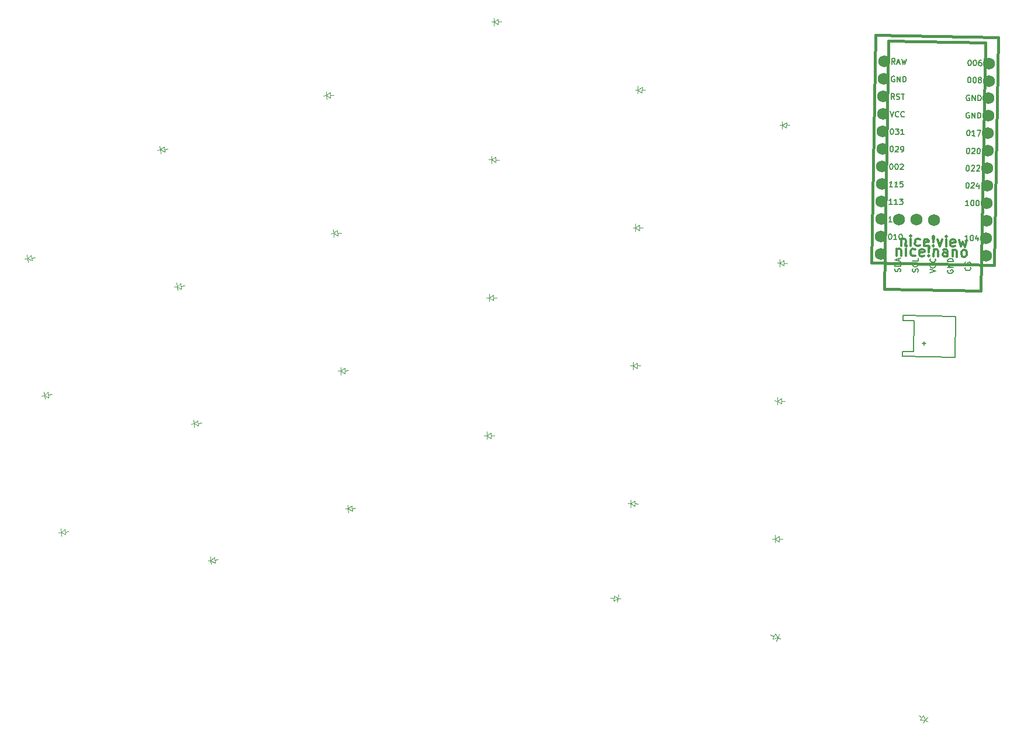
<source format=gbr>
%TF.GenerationSoftware,KiCad,Pcbnew,9.0.0*%
%TF.CreationDate,2025-03-06T12:11:22-05:00*%
%TF.ProjectId,proto1,70726f74-6f31-42e6-9b69-6361645f7063,v1.0.0*%
%TF.SameCoordinates,Original*%
%TF.FileFunction,Legend,Top*%
%TF.FilePolarity,Positive*%
%FSLAX46Y46*%
G04 Gerber Fmt 4.6, Leading zero omitted, Abs format (unit mm)*
G04 Created by KiCad (PCBNEW 9.0.0) date 2025-03-06 12:11:22*
%MOMM*%
%LPD*%
G01*
G04 APERTURE LIST*
%ADD10C,0.150000*%
%ADD11C,0.300000*%
%ADD12C,0.100000*%
%ADD13C,0.381000*%
%ADD14C,1.752600*%
G04 APERTURE END LIST*
D10*
X264011396Y-75752820D02*
X263751418Y-75367272D01*
X263554323Y-75744842D02*
X263568284Y-74944964D01*
X263568284Y-74944964D02*
X263873000Y-74950283D01*
X263873000Y-74950283D02*
X263948514Y-74989702D01*
X263948514Y-74989702D02*
X263985939Y-75028456D01*
X263985939Y-75028456D02*
X264022698Y-75105300D01*
X264022698Y-75105300D02*
X264020704Y-75219568D01*
X264020704Y-75219568D02*
X263981285Y-75295082D01*
X263981285Y-75295082D02*
X263942530Y-75332507D01*
X263942530Y-75332507D02*
X263865687Y-75369266D01*
X263865687Y-75369266D02*
X263560971Y-75363948D01*
X264320100Y-75529602D02*
X264700995Y-75536251D01*
X264239932Y-75756809D02*
X264520520Y-74961585D01*
X264520520Y-74961585D02*
X264773184Y-75766117D01*
X264977593Y-74969563D02*
X265154079Y-75772766D01*
X265154079Y-75772766D02*
X265316409Y-75204084D01*
X265316409Y-75204084D02*
X265458794Y-75778085D01*
X265458794Y-75778085D02*
X265663203Y-74981531D01*
X263942275Y-77529980D02*
X263866761Y-77490561D01*
X263866761Y-77490561D02*
X263752493Y-77488566D01*
X263752493Y-77488566D02*
X263637560Y-77524661D01*
X263637560Y-77524661D02*
X263560051Y-77599511D01*
X263560051Y-77599511D02*
X263520632Y-77675025D01*
X263520632Y-77675025D02*
X263479883Y-77826717D01*
X263479883Y-77826717D02*
X263477889Y-77940986D01*
X263477889Y-77940986D02*
X263513319Y-78094008D01*
X263513319Y-78094008D02*
X263550078Y-78170852D01*
X263550078Y-78170852D02*
X263624928Y-78248361D01*
X263624928Y-78248361D02*
X263738531Y-78288445D01*
X263738531Y-78288445D02*
X263814710Y-78289774D01*
X263814710Y-78289774D02*
X263929643Y-78253679D01*
X263929643Y-78253679D02*
X263968397Y-78216255D01*
X263968397Y-78216255D02*
X263973051Y-77949629D01*
X263973051Y-77949629D02*
X263820694Y-77946969D01*
X264309873Y-78298417D02*
X264323835Y-77498539D01*
X264323835Y-77498539D02*
X264766946Y-78306396D01*
X264766946Y-78306396D02*
X264780908Y-77506518D01*
X265147840Y-78313044D02*
X265161802Y-77513166D01*
X265161802Y-77513166D02*
X265352249Y-77516490D01*
X265352249Y-77516490D02*
X265465852Y-77556574D01*
X265465852Y-77556574D02*
X265540702Y-77634083D01*
X265540702Y-77634083D02*
X265577461Y-77710927D01*
X265577461Y-77710927D02*
X265612891Y-77863949D01*
X265612891Y-77863949D02*
X265610897Y-77978218D01*
X265610897Y-77978218D02*
X265570148Y-78129910D01*
X265570148Y-78129910D02*
X265530729Y-78205424D01*
X265530729Y-78205424D02*
X265453220Y-78280274D01*
X265453220Y-78280274D02*
X265338287Y-78316368D01*
X265338287Y-78316368D02*
X265147840Y-78313044D01*
X263922738Y-80832047D02*
X263662761Y-80446498D01*
X263465665Y-80824069D02*
X263479627Y-80024190D01*
X263479627Y-80024190D02*
X263784343Y-80029509D01*
X263784343Y-80029509D02*
X263859857Y-80068928D01*
X263859857Y-80068928D02*
X263897281Y-80107683D01*
X263897281Y-80107683D02*
X263934041Y-80184526D01*
X263934041Y-80184526D02*
X263932046Y-80298795D01*
X263932046Y-80298795D02*
X263892627Y-80374309D01*
X263892627Y-80374309D02*
X263853873Y-80411733D01*
X263853873Y-80411733D02*
X263777029Y-80448493D01*
X263777029Y-80448493D02*
X263472314Y-80443174D01*
X264228119Y-80799276D02*
X264341722Y-80839360D01*
X264341722Y-80839360D02*
X264532169Y-80842684D01*
X264532169Y-80842684D02*
X264609013Y-80805925D01*
X264609013Y-80805925D02*
X264647767Y-80768500D01*
X264647767Y-80768500D02*
X264687186Y-80692986D01*
X264687186Y-80692986D02*
X264688516Y-80616807D01*
X264688516Y-80616807D02*
X264651756Y-80539963D01*
X264651756Y-80539963D02*
X264614332Y-80501209D01*
X264614332Y-80501209D02*
X264538818Y-80461790D01*
X264538818Y-80461790D02*
X264387125Y-80421041D01*
X264387125Y-80421041D02*
X264311611Y-80381622D01*
X264311611Y-80381622D02*
X264274186Y-80342868D01*
X264274186Y-80342868D02*
X264237427Y-80266024D01*
X264237427Y-80266024D02*
X264238756Y-80189845D01*
X264238756Y-80189845D02*
X264278175Y-80114331D01*
X264278175Y-80114331D02*
X264316930Y-80076907D01*
X264316930Y-80076907D02*
X264393774Y-80040147D01*
X264393774Y-80040147D02*
X264584221Y-80043471D01*
X264584221Y-80043471D02*
X264697824Y-80083555D01*
X264927026Y-80049455D02*
X265384099Y-80057433D01*
X265141601Y-80853322D02*
X265155562Y-80053444D01*
X263314696Y-82561699D02*
X263567361Y-83366231D01*
X263567361Y-83366231D02*
X263847949Y-82571006D01*
X264559015Y-83307338D02*
X264520261Y-83344763D01*
X264520261Y-83344763D02*
X264405328Y-83380857D01*
X264405328Y-83380857D02*
X264329149Y-83379528D01*
X264329149Y-83379528D02*
X264215546Y-83339444D01*
X264215546Y-83339444D02*
X264140696Y-83261935D01*
X264140696Y-83261935D02*
X264103937Y-83185091D01*
X264103937Y-83185091D02*
X264068507Y-83032069D01*
X264068507Y-83032069D02*
X264070501Y-82917800D01*
X264070501Y-82917800D02*
X264111250Y-82766108D01*
X264111250Y-82766108D02*
X264150669Y-82690594D01*
X264150669Y-82690594D02*
X264228178Y-82615744D01*
X264228178Y-82615744D02*
X264343111Y-82579650D01*
X264343111Y-82579650D02*
X264419290Y-82580979D01*
X264419290Y-82580979D02*
X264532893Y-82621063D01*
X264532893Y-82621063D02*
X264570318Y-82659818D01*
X265358893Y-83321300D02*
X265320139Y-83358724D01*
X265320139Y-83358724D02*
X265205206Y-83394819D01*
X265205206Y-83394819D02*
X265129027Y-83393490D01*
X265129027Y-83393490D02*
X265015424Y-83353406D01*
X265015424Y-83353406D02*
X264940575Y-83275897D01*
X264940575Y-83275897D02*
X264903815Y-83199053D01*
X264903815Y-83199053D02*
X264868385Y-83046031D01*
X264868385Y-83046031D02*
X264870379Y-82931762D01*
X264870379Y-82931762D02*
X264911128Y-82780070D01*
X264911128Y-82780070D02*
X264950547Y-82704556D01*
X264950547Y-82704556D02*
X265028056Y-82629706D01*
X265028056Y-82629706D02*
X265142989Y-82593611D01*
X265142989Y-82593611D02*
X265219168Y-82594941D01*
X265219168Y-82594941D02*
X265332771Y-82635025D01*
X265332771Y-82635025D02*
X265370196Y-82673779D01*
X263536993Y-85105965D02*
X263613172Y-85107295D01*
X263613172Y-85107295D02*
X263688686Y-85146714D01*
X263688686Y-85146714D02*
X263726111Y-85185469D01*
X263726111Y-85185469D02*
X263762871Y-85262312D01*
X263762871Y-85262312D02*
X263798301Y-85415335D01*
X263798301Y-85415335D02*
X263794976Y-85605782D01*
X263794976Y-85605782D02*
X263754228Y-85757475D01*
X263754228Y-85757475D02*
X263714808Y-85832989D01*
X263714808Y-85832989D02*
X263676054Y-85870414D01*
X263676054Y-85870414D02*
X263599210Y-85907173D01*
X263599210Y-85907173D02*
X263523032Y-85905844D01*
X263523032Y-85905844D02*
X263447518Y-85866424D01*
X263447518Y-85866424D02*
X263410093Y-85827670D01*
X263410093Y-85827670D02*
X263373333Y-85750826D01*
X263373333Y-85750826D02*
X263337903Y-85597804D01*
X263337903Y-85597804D02*
X263341227Y-85407357D01*
X263341227Y-85407357D02*
X263381976Y-85255664D01*
X263381976Y-85255664D02*
X263421395Y-85180150D01*
X263421395Y-85180150D02*
X263460150Y-85142725D01*
X263460150Y-85142725D02*
X263536993Y-85105965D01*
X264070246Y-85115273D02*
X264565408Y-85123917D01*
X264565408Y-85123917D02*
X264293464Y-85423978D01*
X264293464Y-85423978D02*
X264407732Y-85425973D01*
X264407732Y-85425973D02*
X264483246Y-85465392D01*
X264483246Y-85465392D02*
X264520671Y-85504146D01*
X264520671Y-85504146D02*
X264557430Y-85580990D01*
X264557430Y-85580990D02*
X264554106Y-85771437D01*
X264554106Y-85771437D02*
X264514687Y-85846951D01*
X264514687Y-85846951D02*
X264475933Y-85884376D01*
X264475933Y-85884376D02*
X264399089Y-85921135D01*
X264399089Y-85921135D02*
X264170552Y-85917146D01*
X264170552Y-85917146D02*
X264095038Y-85877727D01*
X264095038Y-85877727D02*
X264057614Y-85838973D01*
X265313236Y-85937092D02*
X264856162Y-85929114D01*
X265084699Y-85933103D02*
X265098661Y-85133224D01*
X265098661Y-85133224D02*
X265020487Y-85246163D01*
X265020487Y-85246163D02*
X264942979Y-85321012D01*
X264942979Y-85321012D02*
X264866135Y-85357772D01*
X263492664Y-87645578D02*
X263568843Y-87646908D01*
X263568843Y-87646908D02*
X263644357Y-87686327D01*
X263644357Y-87686327D02*
X263681782Y-87725082D01*
X263681782Y-87725082D02*
X263718542Y-87801925D01*
X263718542Y-87801925D02*
X263753972Y-87954948D01*
X263753972Y-87954948D02*
X263750647Y-88145395D01*
X263750647Y-88145395D02*
X263709899Y-88297088D01*
X263709899Y-88297088D02*
X263670479Y-88372602D01*
X263670479Y-88372602D02*
X263631725Y-88410027D01*
X263631725Y-88410027D02*
X263554881Y-88446786D01*
X263554881Y-88446786D02*
X263478703Y-88445457D01*
X263478703Y-88445457D02*
X263403189Y-88406037D01*
X263403189Y-88406037D02*
X263365764Y-88367283D01*
X263365764Y-88367283D02*
X263329004Y-88290439D01*
X263329004Y-88290439D02*
X263293574Y-88137417D01*
X263293574Y-88137417D02*
X263296898Y-87946970D01*
X263296898Y-87946970D02*
X263337647Y-87795277D01*
X263337647Y-87795277D02*
X263377066Y-87719763D01*
X263377066Y-87719763D02*
X263415821Y-87682338D01*
X263415821Y-87682338D02*
X263492664Y-87645578D01*
X264062677Y-87731730D02*
X264101431Y-87694306D01*
X264101431Y-87694306D02*
X264178275Y-87657546D01*
X264178275Y-87657546D02*
X264368722Y-87660870D01*
X264368722Y-87660870D02*
X264444236Y-87700289D01*
X264444236Y-87700289D02*
X264481660Y-87739044D01*
X264481660Y-87739044D02*
X264518420Y-87815887D01*
X264518420Y-87815887D02*
X264517090Y-87892066D01*
X264517090Y-87892066D02*
X264477006Y-88005670D01*
X264477006Y-88005670D02*
X264011955Y-88454765D01*
X264011955Y-88454765D02*
X264507118Y-88463408D01*
X264888012Y-88470056D02*
X265040370Y-88472716D01*
X265040370Y-88472716D02*
X265117214Y-88435956D01*
X265117214Y-88435956D02*
X265155968Y-88398531D01*
X265155968Y-88398531D02*
X265234141Y-88285593D01*
X265234141Y-88285593D02*
X265274890Y-88133900D01*
X265274890Y-88133900D02*
X265280209Y-87829184D01*
X265280209Y-87829184D02*
X265243449Y-87752341D01*
X265243449Y-87752341D02*
X265206025Y-87713586D01*
X265206025Y-87713586D02*
X265130511Y-87674167D01*
X265130511Y-87674167D02*
X264978153Y-87671508D01*
X264978153Y-87671508D02*
X264901309Y-87708268D01*
X264901309Y-87708268D02*
X264862555Y-87745692D01*
X264862555Y-87745692D02*
X264823136Y-87821206D01*
X264823136Y-87821206D02*
X264819812Y-88011653D01*
X264819812Y-88011653D02*
X264856571Y-88088497D01*
X264856571Y-88088497D02*
X264893996Y-88127251D01*
X264893996Y-88127251D02*
X264969510Y-88166670D01*
X264969510Y-88166670D02*
X265121868Y-88169330D01*
X265121868Y-88169330D02*
X265198711Y-88132570D01*
X265198711Y-88132570D02*
X265237466Y-88095146D01*
X265237466Y-88095146D02*
X265276885Y-88019632D01*
X263448335Y-90185191D02*
X263524514Y-90186521D01*
X263524514Y-90186521D02*
X263600028Y-90225940D01*
X263600028Y-90225940D02*
X263637453Y-90264695D01*
X263637453Y-90264695D02*
X263674213Y-90341538D01*
X263674213Y-90341538D02*
X263709643Y-90494561D01*
X263709643Y-90494561D02*
X263706318Y-90685008D01*
X263706318Y-90685008D02*
X263665570Y-90836701D01*
X263665570Y-90836701D02*
X263626150Y-90912215D01*
X263626150Y-90912215D02*
X263587396Y-90949640D01*
X263587396Y-90949640D02*
X263510552Y-90986399D01*
X263510552Y-90986399D02*
X263434374Y-90985070D01*
X263434374Y-90985070D02*
X263358860Y-90945650D01*
X263358860Y-90945650D02*
X263321435Y-90906896D01*
X263321435Y-90906896D02*
X263284675Y-90830052D01*
X263284675Y-90830052D02*
X263249245Y-90677030D01*
X263249245Y-90677030D02*
X263252569Y-90486583D01*
X263252569Y-90486583D02*
X263293318Y-90334890D01*
X263293318Y-90334890D02*
X263332737Y-90259376D01*
X263332737Y-90259376D02*
X263371492Y-90221951D01*
X263371492Y-90221951D02*
X263448335Y-90185191D01*
X264210124Y-90198489D02*
X264286303Y-90199818D01*
X264286303Y-90199818D02*
X264361817Y-90239237D01*
X264361817Y-90239237D02*
X264399242Y-90277992D01*
X264399242Y-90277992D02*
X264436002Y-90354835D01*
X264436002Y-90354835D02*
X264471432Y-90507858D01*
X264471432Y-90507858D02*
X264468107Y-90698305D01*
X264468107Y-90698305D02*
X264427359Y-90849998D01*
X264427359Y-90849998D02*
X264387939Y-90925512D01*
X264387939Y-90925512D02*
X264349185Y-90962937D01*
X264349185Y-90962937D02*
X264272341Y-90999696D01*
X264272341Y-90999696D02*
X264196163Y-90998367D01*
X264196163Y-90998367D02*
X264120649Y-90958948D01*
X264120649Y-90958948D02*
X264083224Y-90920193D01*
X264083224Y-90920193D02*
X264046464Y-90843350D01*
X264046464Y-90843350D02*
X264011034Y-90690327D01*
X264011034Y-90690327D02*
X264014358Y-90499880D01*
X264014358Y-90499880D02*
X264055107Y-90348187D01*
X264055107Y-90348187D02*
X264094526Y-90272673D01*
X264094526Y-90272673D02*
X264133281Y-90235248D01*
X264133281Y-90235248D02*
X264210124Y-90198489D01*
X264780137Y-90284640D02*
X264818891Y-90247216D01*
X264818891Y-90247216D02*
X264895735Y-90210456D01*
X264895735Y-90210456D02*
X265086182Y-90213780D01*
X265086182Y-90213780D02*
X265161696Y-90253199D01*
X265161696Y-90253199D02*
X265199120Y-90291954D01*
X265199120Y-90291954D02*
X265235880Y-90368797D01*
X265235880Y-90368797D02*
X265234550Y-90444976D01*
X265234550Y-90444976D02*
X265194466Y-90558580D01*
X265194466Y-90558580D02*
X264729415Y-91007675D01*
X264729415Y-91007675D02*
X265224578Y-91016318D01*
X263656671Y-93529337D02*
X263199597Y-93521358D01*
X263428134Y-93525347D02*
X263442096Y-92725469D01*
X263442096Y-92725469D02*
X263363922Y-92838408D01*
X263363922Y-92838408D02*
X263286414Y-92913257D01*
X263286414Y-92913257D02*
X263209570Y-92950017D01*
X264418460Y-93542634D02*
X263961386Y-93534655D01*
X264189923Y-93538645D02*
X264203885Y-92738766D01*
X264203885Y-92738766D02*
X264125711Y-92851705D01*
X264125711Y-92851705D02*
X264048203Y-92926554D01*
X264048203Y-92926554D02*
X263971359Y-92963314D01*
X265156121Y-92755388D02*
X264775227Y-92748739D01*
X264775227Y-92748739D02*
X264730489Y-93128969D01*
X264730489Y-93128969D02*
X264769243Y-93091544D01*
X264769243Y-93091544D02*
X264846087Y-93054784D01*
X264846087Y-93054784D02*
X265036534Y-93058109D01*
X265036534Y-93058109D02*
X265112048Y-93097528D01*
X265112048Y-93097528D02*
X265149472Y-93136282D01*
X265149472Y-93136282D02*
X265186232Y-93213126D01*
X265186232Y-93213126D02*
X265182908Y-93403573D01*
X265182908Y-93403573D02*
X265143489Y-93479087D01*
X265143489Y-93479087D02*
X265104735Y-93516512D01*
X265104735Y-93516512D02*
X265027891Y-93553271D01*
X265027891Y-93553271D02*
X264837444Y-93549947D01*
X264837444Y-93549947D02*
X264761930Y-93510528D01*
X264761930Y-93510528D02*
X264724505Y-93471774D01*
X263612342Y-96068951D02*
X263155268Y-96060972D01*
X263383805Y-96064961D02*
X263397767Y-95265083D01*
X263397767Y-95265083D02*
X263319593Y-95378022D01*
X263319593Y-95378022D02*
X263242085Y-95452871D01*
X263242085Y-95452871D02*
X263165241Y-95489631D01*
X264374131Y-96082248D02*
X263917057Y-96074269D01*
X264145594Y-96078259D02*
X264159556Y-95278380D01*
X264159556Y-95278380D02*
X264081382Y-95391319D01*
X264081382Y-95391319D02*
X264003874Y-95466168D01*
X264003874Y-95466168D02*
X263927030Y-95502928D01*
X264654719Y-95287024D02*
X265149881Y-95295667D01*
X265149881Y-95295667D02*
X264877937Y-95595728D01*
X264877937Y-95595728D02*
X264992205Y-95597723D01*
X264992205Y-95597723D02*
X265067719Y-95637142D01*
X265067719Y-95637142D02*
X265105143Y-95675896D01*
X265105143Y-95675896D02*
X265141903Y-95752740D01*
X265141903Y-95752740D02*
X265138579Y-95943187D01*
X265138579Y-95943187D02*
X265099160Y-96018701D01*
X265099160Y-96018701D02*
X265060406Y-96056126D01*
X265060406Y-96056126D02*
X264983562Y-96092885D01*
X264983562Y-96092885D02*
X264755025Y-96088896D01*
X264755025Y-96088896D02*
X264679511Y-96049477D01*
X264679511Y-96049477D02*
X264642087Y-96010723D01*
X263568012Y-98608564D02*
X263110938Y-98600585D01*
X263339475Y-98604574D02*
X263353437Y-97804696D01*
X263353437Y-97804696D02*
X263275263Y-97917635D01*
X263275263Y-97917635D02*
X263197755Y-97992484D01*
X263197755Y-97992484D02*
X263120911Y-98029244D01*
X264329801Y-98621861D02*
X263872727Y-98613882D01*
X264101264Y-98617872D02*
X264115226Y-97817993D01*
X264115226Y-97817993D02*
X264037052Y-97930932D01*
X264037052Y-97930932D02*
X263959544Y-98005781D01*
X263959544Y-98005781D02*
X263882700Y-98042541D01*
X265091590Y-98635158D02*
X264634516Y-98627180D01*
X264863053Y-98631169D02*
X264877015Y-97831290D01*
X264877015Y-97831290D02*
X264798841Y-97944229D01*
X264798841Y-97944229D02*
X264721333Y-98019078D01*
X264721333Y-98019078D02*
X264644489Y-98055838D01*
X263271018Y-100343644D02*
X263347197Y-100344974D01*
X263347197Y-100344974D02*
X263422711Y-100384393D01*
X263422711Y-100384393D02*
X263460136Y-100423148D01*
X263460136Y-100423148D02*
X263496896Y-100499991D01*
X263496896Y-100499991D02*
X263532326Y-100653014D01*
X263532326Y-100653014D02*
X263529001Y-100843461D01*
X263529001Y-100843461D02*
X263488253Y-100995154D01*
X263488253Y-100995154D02*
X263448833Y-101070668D01*
X263448833Y-101070668D02*
X263410079Y-101108093D01*
X263410079Y-101108093D02*
X263333235Y-101144852D01*
X263333235Y-101144852D02*
X263257057Y-101143523D01*
X263257057Y-101143523D02*
X263181543Y-101104103D01*
X263181543Y-101104103D02*
X263144118Y-101065349D01*
X263144118Y-101065349D02*
X263107358Y-100988505D01*
X263107358Y-100988505D02*
X263071928Y-100835483D01*
X263071928Y-100835483D02*
X263075252Y-100645036D01*
X263075252Y-100645036D02*
X263116001Y-100493343D01*
X263116001Y-100493343D02*
X263155420Y-100417829D01*
X263155420Y-100417829D02*
X263194175Y-100380404D01*
X263194175Y-100380404D02*
X263271018Y-100343644D01*
X264285472Y-101161474D02*
X263828398Y-101153495D01*
X264056935Y-101157485D02*
X264070897Y-100357606D01*
X264070897Y-100357606D02*
X263992723Y-100470545D01*
X263992723Y-100470545D02*
X263915215Y-100545394D01*
X263915215Y-100545394D02*
X263838371Y-100582154D01*
X264794596Y-100370239D02*
X264870775Y-100371568D01*
X264870775Y-100371568D02*
X264946289Y-100410987D01*
X264946289Y-100410987D02*
X264983714Y-100449742D01*
X264983714Y-100449742D02*
X265020474Y-100526585D01*
X265020474Y-100526585D02*
X265055904Y-100679608D01*
X265055904Y-100679608D02*
X265052579Y-100870055D01*
X265052579Y-100870055D02*
X265011831Y-101021748D01*
X265011831Y-101021748D02*
X264972411Y-101097262D01*
X264972411Y-101097262D02*
X264933657Y-101134687D01*
X264933657Y-101134687D02*
X264856813Y-101171446D01*
X264856813Y-101171446D02*
X264780634Y-101170117D01*
X264780634Y-101170117D02*
X264705120Y-101130698D01*
X264705120Y-101130698D02*
X264667696Y-101091943D01*
X264667696Y-101091943D02*
X264630936Y-101015100D01*
X264630936Y-101015100D02*
X264595506Y-100862077D01*
X264595506Y-100862077D02*
X264598830Y-100671630D01*
X264598830Y-100671630D02*
X264639579Y-100519937D01*
X264639579Y-100519937D02*
X264678998Y-100444423D01*
X264678998Y-100444423D02*
X264717753Y-100406998D01*
X264717753Y-100406998D02*
X264794596Y-100370239D01*
X274787004Y-75140787D02*
X274863183Y-75142117D01*
X274863183Y-75142117D02*
X274938697Y-75181536D01*
X274938697Y-75181536D02*
X274976122Y-75220291D01*
X274976122Y-75220291D02*
X275012882Y-75297134D01*
X275012882Y-75297134D02*
X275048312Y-75450157D01*
X275048312Y-75450157D02*
X275044987Y-75640604D01*
X275044987Y-75640604D02*
X275004239Y-75792297D01*
X275004239Y-75792297D02*
X274964819Y-75867811D01*
X274964819Y-75867811D02*
X274926065Y-75905236D01*
X274926065Y-75905236D02*
X274849221Y-75941995D01*
X274849221Y-75941995D02*
X274773043Y-75940666D01*
X274773043Y-75940666D02*
X274697529Y-75901246D01*
X274697529Y-75901246D02*
X274660104Y-75862492D01*
X274660104Y-75862492D02*
X274623344Y-75785648D01*
X274623344Y-75785648D02*
X274587914Y-75632626D01*
X274587914Y-75632626D02*
X274591238Y-75442179D01*
X274591238Y-75442179D02*
X274631987Y-75290486D01*
X274631987Y-75290486D02*
X274671406Y-75214972D01*
X274671406Y-75214972D02*
X274710161Y-75177547D01*
X274710161Y-75177547D02*
X274787004Y-75140787D01*
X275548793Y-75154085D02*
X275624972Y-75155414D01*
X275624972Y-75155414D02*
X275700486Y-75194833D01*
X275700486Y-75194833D02*
X275737911Y-75233588D01*
X275737911Y-75233588D02*
X275774671Y-75310431D01*
X275774671Y-75310431D02*
X275810101Y-75463454D01*
X275810101Y-75463454D02*
X275806776Y-75653901D01*
X275806776Y-75653901D02*
X275766028Y-75805594D01*
X275766028Y-75805594D02*
X275726608Y-75881108D01*
X275726608Y-75881108D02*
X275687854Y-75918533D01*
X275687854Y-75918533D02*
X275611010Y-75955292D01*
X275611010Y-75955292D02*
X275534832Y-75953963D01*
X275534832Y-75953963D02*
X275459318Y-75914544D01*
X275459318Y-75914544D02*
X275421893Y-75875789D01*
X275421893Y-75875789D02*
X275385133Y-75798946D01*
X275385133Y-75798946D02*
X275349703Y-75645923D01*
X275349703Y-75645923D02*
X275353027Y-75455476D01*
X275353027Y-75455476D02*
X275393776Y-75303783D01*
X275393776Y-75303783D02*
X275433195Y-75228269D01*
X275433195Y-75228269D02*
X275471950Y-75190844D01*
X275471950Y-75190844D02*
X275548793Y-75154085D01*
X276501030Y-75170706D02*
X276348672Y-75168046D01*
X276348672Y-75168046D02*
X276271828Y-75204806D01*
X276271828Y-75204806D02*
X276233074Y-75242231D01*
X276233074Y-75242231D02*
X276154900Y-75355169D01*
X276154900Y-75355169D02*
X276114152Y-75506862D01*
X276114152Y-75506862D02*
X276108833Y-75811578D01*
X276108833Y-75811578D02*
X276145592Y-75888422D01*
X276145592Y-75888422D02*
X276183017Y-75927176D01*
X276183017Y-75927176D02*
X276258531Y-75966595D01*
X276258531Y-75966595D02*
X276410889Y-75969254D01*
X276410889Y-75969254D02*
X276487733Y-75932495D01*
X276487733Y-75932495D02*
X276526487Y-75895070D01*
X276526487Y-75895070D02*
X276565906Y-75819556D01*
X276565906Y-75819556D02*
X276569230Y-75629109D01*
X276569230Y-75629109D02*
X276532470Y-75552265D01*
X276532470Y-75552265D02*
X276495046Y-75513511D01*
X276495046Y-75513511D02*
X276419532Y-75474092D01*
X276419532Y-75474092D02*
X276267174Y-75471432D01*
X276267174Y-75471432D02*
X276190330Y-75508192D01*
X276190330Y-75508192D02*
X276151576Y-75545617D01*
X276151576Y-75545617D02*
X276112157Y-75621131D01*
X274743896Y-77610411D02*
X274820075Y-77611741D01*
X274820075Y-77611741D02*
X274895589Y-77651160D01*
X274895589Y-77651160D02*
X274933014Y-77689915D01*
X274933014Y-77689915D02*
X274969774Y-77766758D01*
X274969774Y-77766758D02*
X275005204Y-77919781D01*
X275005204Y-77919781D02*
X275001879Y-78110228D01*
X275001879Y-78110228D02*
X274961131Y-78261921D01*
X274961131Y-78261921D02*
X274921711Y-78337435D01*
X274921711Y-78337435D02*
X274882957Y-78374860D01*
X274882957Y-78374860D02*
X274806113Y-78411619D01*
X274806113Y-78411619D02*
X274729935Y-78410290D01*
X274729935Y-78410290D02*
X274654421Y-78370870D01*
X274654421Y-78370870D02*
X274616996Y-78332116D01*
X274616996Y-78332116D02*
X274580236Y-78255272D01*
X274580236Y-78255272D02*
X274544806Y-78102250D01*
X274544806Y-78102250D02*
X274548130Y-77911803D01*
X274548130Y-77911803D02*
X274588879Y-77760110D01*
X274588879Y-77760110D02*
X274628298Y-77684596D01*
X274628298Y-77684596D02*
X274667053Y-77647171D01*
X274667053Y-77647171D02*
X274743896Y-77610411D01*
X275505685Y-77623709D02*
X275581864Y-77625038D01*
X275581864Y-77625038D02*
X275657378Y-77664457D01*
X275657378Y-77664457D02*
X275694803Y-77703212D01*
X275694803Y-77703212D02*
X275731563Y-77780055D01*
X275731563Y-77780055D02*
X275766993Y-77933078D01*
X275766993Y-77933078D02*
X275763668Y-78123525D01*
X275763668Y-78123525D02*
X275722920Y-78275218D01*
X275722920Y-78275218D02*
X275683500Y-78350732D01*
X275683500Y-78350732D02*
X275644746Y-78388157D01*
X275644746Y-78388157D02*
X275567902Y-78424916D01*
X275567902Y-78424916D02*
X275491724Y-78423587D01*
X275491724Y-78423587D02*
X275416210Y-78384168D01*
X275416210Y-78384168D02*
X275378785Y-78345413D01*
X275378785Y-78345413D02*
X275342025Y-78268570D01*
X275342025Y-78268570D02*
X275306595Y-78115547D01*
X275306595Y-78115547D02*
X275309919Y-77925100D01*
X275309919Y-77925100D02*
X275350668Y-77773407D01*
X275350668Y-77773407D02*
X275390087Y-77697893D01*
X275390087Y-77697893D02*
X275428842Y-77660468D01*
X275428842Y-77660468D02*
X275505685Y-77623709D01*
X276223401Y-77979146D02*
X276147887Y-77939727D01*
X276147887Y-77939727D02*
X276110463Y-77900972D01*
X276110463Y-77900972D02*
X276073703Y-77824129D01*
X276073703Y-77824129D02*
X276074368Y-77786039D01*
X276074368Y-77786039D02*
X276113787Y-77710525D01*
X276113787Y-77710525D02*
X276152541Y-77673101D01*
X276152541Y-77673101D02*
X276229385Y-77636341D01*
X276229385Y-77636341D02*
X276381743Y-77639000D01*
X276381743Y-77639000D02*
X276457257Y-77678419D01*
X276457257Y-77678419D02*
X276494681Y-77717174D01*
X276494681Y-77717174D02*
X276531441Y-77794017D01*
X276531441Y-77794017D02*
X276530776Y-77832107D01*
X276530776Y-77832107D02*
X276491357Y-77907621D01*
X276491357Y-77907621D02*
X276452603Y-77945045D01*
X276452603Y-77945045D02*
X276375759Y-77981805D01*
X276375759Y-77981805D02*
X276223401Y-77979146D01*
X276223401Y-77979146D02*
X276146558Y-78015905D01*
X276146558Y-78015905D02*
X276107803Y-78053330D01*
X276107803Y-78053330D02*
X276068384Y-78128844D01*
X276068384Y-78128844D02*
X276065725Y-78281202D01*
X276065725Y-78281202D02*
X276102484Y-78358046D01*
X276102484Y-78358046D02*
X276139909Y-78396800D01*
X276139909Y-78396800D02*
X276215423Y-78436219D01*
X276215423Y-78436219D02*
X276367781Y-78438878D01*
X276367781Y-78438878D02*
X276444625Y-78402119D01*
X276444625Y-78402119D02*
X276483379Y-78364694D01*
X276483379Y-78364694D02*
X276522798Y-78289180D01*
X276522798Y-78289180D02*
X276525457Y-78136822D01*
X276525457Y-78136822D02*
X276488698Y-78059979D01*
X276488698Y-78059979D02*
X276451273Y-78021224D01*
X276451273Y-78021224D02*
X276375759Y-77981805D01*
X274811950Y-80260098D02*
X274736436Y-80220679D01*
X274736436Y-80220679D02*
X274622168Y-80218684D01*
X274622168Y-80218684D02*
X274507235Y-80254779D01*
X274507235Y-80254779D02*
X274429726Y-80329629D01*
X274429726Y-80329629D02*
X274390307Y-80405143D01*
X274390307Y-80405143D02*
X274349558Y-80556835D01*
X274349558Y-80556835D02*
X274347564Y-80671104D01*
X274347564Y-80671104D02*
X274382994Y-80824126D01*
X274382994Y-80824126D02*
X274419753Y-80900970D01*
X274419753Y-80900970D02*
X274494603Y-80978479D01*
X274494603Y-80978479D02*
X274608206Y-81018563D01*
X274608206Y-81018563D02*
X274684385Y-81019892D01*
X274684385Y-81019892D02*
X274799318Y-80983797D01*
X274799318Y-80983797D02*
X274838072Y-80946373D01*
X274838072Y-80946373D02*
X274842726Y-80679747D01*
X274842726Y-80679747D02*
X274690369Y-80677087D01*
X275179548Y-81028535D02*
X275193510Y-80228657D01*
X275193510Y-80228657D02*
X275636621Y-81036514D01*
X275636621Y-81036514D02*
X275650583Y-80236636D01*
X276017515Y-81043162D02*
X276031477Y-80243284D01*
X276031477Y-80243284D02*
X276221924Y-80246608D01*
X276221924Y-80246608D02*
X276335527Y-80286692D01*
X276335527Y-80286692D02*
X276410377Y-80364201D01*
X276410377Y-80364201D02*
X276447136Y-80441045D01*
X276447136Y-80441045D02*
X276482566Y-80594067D01*
X276482566Y-80594067D02*
X276480572Y-80708336D01*
X276480572Y-80708336D02*
X276439823Y-80860028D01*
X276439823Y-80860028D02*
X276400404Y-80935542D01*
X276400404Y-80935542D02*
X276322895Y-81010392D01*
X276322895Y-81010392D02*
X276207962Y-81046486D01*
X276207962Y-81046486D02*
X276017515Y-81043162D01*
X274767621Y-82799711D02*
X274692107Y-82760292D01*
X274692107Y-82760292D02*
X274577839Y-82758297D01*
X274577839Y-82758297D02*
X274462906Y-82794392D01*
X274462906Y-82794392D02*
X274385397Y-82869242D01*
X274385397Y-82869242D02*
X274345978Y-82944756D01*
X274345978Y-82944756D02*
X274305229Y-83096448D01*
X274305229Y-83096448D02*
X274303235Y-83210717D01*
X274303235Y-83210717D02*
X274338665Y-83363739D01*
X274338665Y-83363739D02*
X274375424Y-83440583D01*
X274375424Y-83440583D02*
X274450274Y-83518092D01*
X274450274Y-83518092D02*
X274563877Y-83558176D01*
X274563877Y-83558176D02*
X274640056Y-83559505D01*
X274640056Y-83559505D02*
X274754989Y-83523410D01*
X274754989Y-83523410D02*
X274793743Y-83485986D01*
X274793743Y-83485986D02*
X274798397Y-83219360D01*
X274798397Y-83219360D02*
X274646040Y-83216700D01*
X275135219Y-83568148D02*
X275149181Y-82768270D01*
X275149181Y-82768270D02*
X275592292Y-83576127D01*
X275592292Y-83576127D02*
X275606254Y-82776249D01*
X275973186Y-83582775D02*
X275987148Y-82782897D01*
X275987148Y-82782897D02*
X276177595Y-82786221D01*
X276177595Y-82786221D02*
X276291198Y-82826305D01*
X276291198Y-82826305D02*
X276366048Y-82903814D01*
X276366048Y-82903814D02*
X276402807Y-82980658D01*
X276402807Y-82980658D02*
X276438237Y-83133680D01*
X276438237Y-83133680D02*
X276436243Y-83247949D01*
X276436243Y-83247949D02*
X276395494Y-83399641D01*
X276395494Y-83399641D02*
X276356075Y-83475155D01*
X276356075Y-83475155D02*
X276278566Y-83550005D01*
X276278566Y-83550005D02*
X276163633Y-83586099D01*
X276163633Y-83586099D02*
X275973186Y-83582775D01*
X274609513Y-85309238D02*
X274685692Y-85310568D01*
X274685692Y-85310568D02*
X274761206Y-85349987D01*
X274761206Y-85349987D02*
X274798631Y-85388742D01*
X274798631Y-85388742D02*
X274835391Y-85465585D01*
X274835391Y-85465585D02*
X274870821Y-85618608D01*
X274870821Y-85618608D02*
X274867496Y-85809055D01*
X274867496Y-85809055D02*
X274826748Y-85960748D01*
X274826748Y-85960748D02*
X274787328Y-86036262D01*
X274787328Y-86036262D02*
X274748574Y-86073687D01*
X274748574Y-86073687D02*
X274671730Y-86110446D01*
X274671730Y-86110446D02*
X274595552Y-86109117D01*
X274595552Y-86109117D02*
X274520038Y-86069697D01*
X274520038Y-86069697D02*
X274482613Y-86030943D01*
X274482613Y-86030943D02*
X274445853Y-85954099D01*
X274445853Y-85954099D02*
X274410423Y-85801077D01*
X274410423Y-85801077D02*
X274413747Y-85610630D01*
X274413747Y-85610630D02*
X274454496Y-85458937D01*
X274454496Y-85458937D02*
X274493915Y-85383423D01*
X274493915Y-85383423D02*
X274532670Y-85345998D01*
X274532670Y-85345998D02*
X274609513Y-85309238D01*
X275623967Y-86127068D02*
X275166893Y-86119089D01*
X275395430Y-86123079D02*
X275409392Y-85323200D01*
X275409392Y-85323200D02*
X275331218Y-85436139D01*
X275331218Y-85436139D02*
X275253710Y-85510988D01*
X275253710Y-85510988D02*
X275176866Y-85547748D01*
X275904555Y-85331844D02*
X276437807Y-85341151D01*
X276437807Y-85341151D02*
X276081040Y-86135046D01*
X274564137Y-87908842D02*
X274640316Y-87910172D01*
X274640316Y-87910172D02*
X274715830Y-87949591D01*
X274715830Y-87949591D02*
X274753255Y-87988346D01*
X274753255Y-87988346D02*
X274790015Y-88065189D01*
X274790015Y-88065189D02*
X274825445Y-88218212D01*
X274825445Y-88218212D02*
X274822120Y-88408659D01*
X274822120Y-88408659D02*
X274781372Y-88560352D01*
X274781372Y-88560352D02*
X274741952Y-88635866D01*
X274741952Y-88635866D02*
X274703198Y-88673291D01*
X274703198Y-88673291D02*
X274626354Y-88710050D01*
X274626354Y-88710050D02*
X274550176Y-88708721D01*
X274550176Y-88708721D02*
X274474662Y-88669301D01*
X274474662Y-88669301D02*
X274437237Y-88630547D01*
X274437237Y-88630547D02*
X274400477Y-88553703D01*
X274400477Y-88553703D02*
X274365047Y-88400681D01*
X274365047Y-88400681D02*
X274368371Y-88210234D01*
X274368371Y-88210234D02*
X274409120Y-88058541D01*
X274409120Y-88058541D02*
X274448539Y-87983027D01*
X274448539Y-87983027D02*
X274487294Y-87945602D01*
X274487294Y-87945602D02*
X274564137Y-87908842D01*
X275134150Y-87994994D02*
X275172904Y-87957570D01*
X275172904Y-87957570D02*
X275249748Y-87920810D01*
X275249748Y-87920810D02*
X275440195Y-87924134D01*
X275440195Y-87924134D02*
X275515709Y-87963553D01*
X275515709Y-87963553D02*
X275553133Y-88002308D01*
X275553133Y-88002308D02*
X275589893Y-88079151D01*
X275589893Y-88079151D02*
X275588563Y-88155330D01*
X275588563Y-88155330D02*
X275548479Y-88268934D01*
X275548479Y-88268934D02*
X275083428Y-88718029D01*
X275083428Y-88718029D02*
X275578591Y-88726672D01*
X276087715Y-87935437D02*
X276163894Y-87936766D01*
X276163894Y-87936766D02*
X276239408Y-87976185D01*
X276239408Y-87976185D02*
X276276833Y-88014940D01*
X276276833Y-88014940D02*
X276313593Y-88091783D01*
X276313593Y-88091783D02*
X276349023Y-88244806D01*
X276349023Y-88244806D02*
X276345698Y-88435253D01*
X276345698Y-88435253D02*
X276304950Y-88586946D01*
X276304950Y-88586946D02*
X276265530Y-88662460D01*
X276265530Y-88662460D02*
X276226776Y-88699885D01*
X276226776Y-88699885D02*
X276149932Y-88736644D01*
X276149932Y-88736644D02*
X276073753Y-88735315D01*
X276073753Y-88735315D02*
X275998239Y-88695896D01*
X275998239Y-88695896D02*
X275960815Y-88657141D01*
X275960815Y-88657141D02*
X275924055Y-88580298D01*
X275924055Y-88580298D02*
X275888625Y-88427275D01*
X275888625Y-88427275D02*
X275891949Y-88236828D01*
X275891949Y-88236828D02*
X275932698Y-88085135D01*
X275932698Y-88085135D02*
X275972117Y-88009621D01*
X275972117Y-88009621D02*
X276010872Y-87972196D01*
X276010872Y-87972196D02*
X276087715Y-87935437D01*
X274520506Y-90408461D02*
X274596685Y-90409791D01*
X274596685Y-90409791D02*
X274672199Y-90449210D01*
X274672199Y-90449210D02*
X274709624Y-90487965D01*
X274709624Y-90487965D02*
X274746384Y-90564808D01*
X274746384Y-90564808D02*
X274781814Y-90717831D01*
X274781814Y-90717831D02*
X274778489Y-90908278D01*
X274778489Y-90908278D02*
X274737741Y-91059971D01*
X274737741Y-91059971D02*
X274698321Y-91135485D01*
X274698321Y-91135485D02*
X274659567Y-91172910D01*
X274659567Y-91172910D02*
X274582723Y-91209669D01*
X274582723Y-91209669D02*
X274506545Y-91208340D01*
X274506545Y-91208340D02*
X274431031Y-91168920D01*
X274431031Y-91168920D02*
X274393606Y-91130166D01*
X274393606Y-91130166D02*
X274356846Y-91053322D01*
X274356846Y-91053322D02*
X274321416Y-90900300D01*
X274321416Y-90900300D02*
X274324740Y-90709853D01*
X274324740Y-90709853D02*
X274365489Y-90558160D01*
X274365489Y-90558160D02*
X274404908Y-90482646D01*
X274404908Y-90482646D02*
X274443663Y-90445221D01*
X274443663Y-90445221D02*
X274520506Y-90408461D01*
X275090519Y-90494613D02*
X275129273Y-90457189D01*
X275129273Y-90457189D02*
X275206117Y-90420429D01*
X275206117Y-90420429D02*
X275396564Y-90423753D01*
X275396564Y-90423753D02*
X275472078Y-90463172D01*
X275472078Y-90463172D02*
X275509502Y-90501927D01*
X275509502Y-90501927D02*
X275546262Y-90578770D01*
X275546262Y-90578770D02*
X275544932Y-90654949D01*
X275544932Y-90654949D02*
X275504848Y-90768553D01*
X275504848Y-90768553D02*
X275039797Y-91217648D01*
X275039797Y-91217648D02*
X275534960Y-91226291D01*
X275852308Y-90507910D02*
X275891062Y-90470486D01*
X275891062Y-90470486D02*
X275967906Y-90433726D01*
X275967906Y-90433726D02*
X276158353Y-90437050D01*
X276158353Y-90437050D02*
X276233867Y-90476469D01*
X276233867Y-90476469D02*
X276271291Y-90515224D01*
X276271291Y-90515224D02*
X276308051Y-90592067D01*
X276308051Y-90592067D02*
X276306721Y-90668246D01*
X276306721Y-90668246D02*
X276266637Y-90781850D01*
X276266637Y-90781850D02*
X275801586Y-91230945D01*
X275801586Y-91230945D02*
X276296749Y-91239588D01*
X274476700Y-92918079D02*
X274552879Y-92919409D01*
X274552879Y-92919409D02*
X274628393Y-92958828D01*
X274628393Y-92958828D02*
X274665818Y-92997583D01*
X274665818Y-92997583D02*
X274702578Y-93074426D01*
X274702578Y-93074426D02*
X274738008Y-93227449D01*
X274738008Y-93227449D02*
X274734683Y-93417896D01*
X274734683Y-93417896D02*
X274693935Y-93569589D01*
X274693935Y-93569589D02*
X274654515Y-93645103D01*
X274654515Y-93645103D02*
X274615761Y-93682528D01*
X274615761Y-93682528D02*
X274538917Y-93719287D01*
X274538917Y-93719287D02*
X274462739Y-93717958D01*
X274462739Y-93717958D02*
X274387225Y-93678538D01*
X274387225Y-93678538D02*
X274349800Y-93639784D01*
X274349800Y-93639784D02*
X274313040Y-93562940D01*
X274313040Y-93562940D02*
X274277610Y-93409918D01*
X274277610Y-93409918D02*
X274280934Y-93219471D01*
X274280934Y-93219471D02*
X274321683Y-93067778D01*
X274321683Y-93067778D02*
X274361102Y-92992264D01*
X274361102Y-92992264D02*
X274399857Y-92954839D01*
X274399857Y-92954839D02*
X274476700Y-92918079D01*
X275046713Y-93004231D02*
X275085467Y-92966807D01*
X275085467Y-92966807D02*
X275162311Y-92930047D01*
X275162311Y-92930047D02*
X275352758Y-92933371D01*
X275352758Y-92933371D02*
X275428272Y-92972790D01*
X275428272Y-92972790D02*
X275465696Y-93011545D01*
X275465696Y-93011545D02*
X275502456Y-93088388D01*
X275502456Y-93088388D02*
X275501126Y-93164567D01*
X275501126Y-93164567D02*
X275461042Y-93278171D01*
X275461042Y-93278171D02*
X274995991Y-93727266D01*
X274995991Y-93727266D02*
X275491154Y-93735909D01*
X276186072Y-93214624D02*
X276176764Y-93747876D01*
X276000943Y-92906584D02*
X275800523Y-93474601D01*
X275800523Y-93474601D02*
X276295686Y-93483245D01*
X274685036Y-96262225D02*
X274227962Y-96254246D01*
X274456499Y-96258235D02*
X274470461Y-95458357D01*
X274470461Y-95458357D02*
X274392287Y-95571296D01*
X274392287Y-95571296D02*
X274314779Y-95646145D01*
X274314779Y-95646145D02*
X274237935Y-95682905D01*
X275194160Y-95470990D02*
X275270339Y-95472319D01*
X275270339Y-95472319D02*
X275345853Y-95511738D01*
X275345853Y-95511738D02*
X275383278Y-95550493D01*
X275383278Y-95550493D02*
X275420038Y-95627336D01*
X275420038Y-95627336D02*
X275455468Y-95780359D01*
X275455468Y-95780359D02*
X275452143Y-95970806D01*
X275452143Y-95970806D02*
X275411395Y-96122499D01*
X275411395Y-96122499D02*
X275371975Y-96198013D01*
X275371975Y-96198013D02*
X275333221Y-96235438D01*
X275333221Y-96235438D02*
X275256377Y-96272197D01*
X275256377Y-96272197D02*
X275180199Y-96270868D01*
X275180199Y-96270868D02*
X275104685Y-96231449D01*
X275104685Y-96231449D02*
X275067260Y-96192694D01*
X275067260Y-96192694D02*
X275030500Y-96115851D01*
X275030500Y-96115851D02*
X274995070Y-95962828D01*
X274995070Y-95962828D02*
X274998394Y-95772381D01*
X274998394Y-95772381D02*
X275039143Y-95620688D01*
X275039143Y-95620688D02*
X275078562Y-95545174D01*
X275078562Y-95545174D02*
X275117317Y-95507749D01*
X275117317Y-95507749D02*
X275194160Y-95470990D01*
X275955949Y-95484287D02*
X276032128Y-95485616D01*
X276032128Y-95485616D02*
X276107642Y-95525035D01*
X276107642Y-95525035D02*
X276145067Y-95563790D01*
X276145067Y-95563790D02*
X276181827Y-95640633D01*
X276181827Y-95640633D02*
X276217257Y-95793656D01*
X276217257Y-95793656D02*
X276213932Y-95984103D01*
X276213932Y-95984103D02*
X276173184Y-96135796D01*
X276173184Y-96135796D02*
X276133764Y-96211310D01*
X276133764Y-96211310D02*
X276095010Y-96248735D01*
X276095010Y-96248735D02*
X276018166Y-96285494D01*
X276018166Y-96285494D02*
X275941987Y-96284165D01*
X275941987Y-96284165D02*
X275866473Y-96244746D01*
X275866473Y-96244746D02*
X275829049Y-96205991D01*
X275829049Y-96205991D02*
X275792289Y-96129148D01*
X275792289Y-96129148D02*
X275756859Y-95976125D01*
X275756859Y-95976125D02*
X275760183Y-95785678D01*
X275760183Y-95785678D02*
X275800932Y-95633985D01*
X275800932Y-95633985D02*
X275840351Y-95558471D01*
X275840351Y-95558471D02*
X275879106Y-95521046D01*
X275879106Y-95521046D02*
X275955949Y-95484287D01*
X274596378Y-101341451D02*
X274139304Y-101333472D01*
X274367841Y-101337461D02*
X274381803Y-100537583D01*
X274381803Y-100537583D02*
X274303629Y-100650522D01*
X274303629Y-100650522D02*
X274226121Y-100725371D01*
X274226121Y-100725371D02*
X274149277Y-100762131D01*
X275105502Y-100550216D02*
X275181681Y-100551545D01*
X275181681Y-100551545D02*
X275257195Y-100590964D01*
X275257195Y-100590964D02*
X275294620Y-100629719D01*
X275294620Y-100629719D02*
X275331380Y-100706562D01*
X275331380Y-100706562D02*
X275366810Y-100859585D01*
X275366810Y-100859585D02*
X275363485Y-101050032D01*
X275363485Y-101050032D02*
X275322737Y-101201725D01*
X275322737Y-101201725D02*
X275283317Y-101277239D01*
X275283317Y-101277239D02*
X275244563Y-101314664D01*
X275244563Y-101314664D02*
X275167719Y-101351423D01*
X275167719Y-101351423D02*
X275091541Y-101350094D01*
X275091541Y-101350094D02*
X275016027Y-101310675D01*
X275016027Y-101310675D02*
X274978602Y-101271920D01*
X274978602Y-101271920D02*
X274941842Y-101195077D01*
X274941842Y-101195077D02*
X274906412Y-101042054D01*
X274906412Y-101042054D02*
X274909736Y-100851607D01*
X274909736Y-100851607D02*
X274950485Y-100699914D01*
X274950485Y-100699914D02*
X274989904Y-100624400D01*
X274989904Y-100624400D02*
X275028659Y-100586975D01*
X275028659Y-100586975D02*
X275105502Y-100550216D01*
X276053085Y-100833463D02*
X276043777Y-101366715D01*
X275867956Y-100525423D02*
X275667536Y-101093440D01*
X275667536Y-101093440D02*
X276162699Y-101102084D01*
D11*
X264280847Y-102509632D02*
X264263395Y-103509479D01*
X264278354Y-102652467D02*
X264351018Y-102582296D01*
X264351018Y-102582296D02*
X264495100Y-102513372D01*
X264495100Y-102513372D02*
X264709353Y-102517111D01*
X264709353Y-102517111D02*
X264850942Y-102591022D01*
X264850942Y-102591022D02*
X264919867Y-102735104D01*
X264919867Y-102735104D02*
X264906154Y-103520699D01*
X265620331Y-103533165D02*
X265637784Y-102533317D01*
X265646510Y-102033393D02*
X265573845Y-102103564D01*
X265573845Y-102103564D02*
X265644017Y-102176229D01*
X265644017Y-102176229D02*
X265716681Y-102106058D01*
X265716681Y-102106058D02*
X265646510Y-102033393D01*
X265646510Y-102033393D02*
X265644017Y-102176229D01*
X266978514Y-103485433D02*
X266834432Y-103554357D01*
X266834432Y-103554357D02*
X266548761Y-103549371D01*
X266548761Y-103549371D02*
X266407173Y-103475460D01*
X266407173Y-103475460D02*
X266337002Y-103402795D01*
X266337002Y-103402795D02*
X266268077Y-103258713D01*
X266268077Y-103258713D02*
X266275557Y-102830207D01*
X266275557Y-102830207D02*
X266349468Y-102688619D01*
X266349468Y-102688619D02*
X266422132Y-102618447D01*
X266422132Y-102618447D02*
X266566214Y-102549523D01*
X266566214Y-102549523D02*
X266851885Y-102554509D01*
X266851885Y-102554509D02*
X266993473Y-102628420D01*
X268192615Y-103506625D02*
X268048533Y-103575549D01*
X268048533Y-103575549D02*
X267762862Y-103570563D01*
X267762862Y-103570563D02*
X267621273Y-103496652D01*
X267621273Y-103496652D02*
X267552349Y-103352570D01*
X267552349Y-103352570D02*
X267562321Y-102781228D01*
X267562321Y-102781228D02*
X267636232Y-102639640D01*
X267636232Y-102639640D02*
X267780314Y-102570715D01*
X267780314Y-102570715D02*
X268065985Y-102575702D01*
X268065985Y-102575702D02*
X268207574Y-102649612D01*
X268207574Y-102649612D02*
X268276498Y-102793694D01*
X268276498Y-102793694D02*
X268274005Y-102936530D01*
X268274005Y-102936530D02*
X267557335Y-103066899D01*
X268908038Y-103447673D02*
X268978209Y-103520337D01*
X268978209Y-103520337D02*
X268905545Y-103590508D01*
X268905545Y-103590508D02*
X268835374Y-103517844D01*
X268835374Y-103517844D02*
X268908038Y-103447673D01*
X268908038Y-103447673D02*
X268905545Y-103590508D01*
X268915518Y-103019167D02*
X268859059Y-102160908D01*
X268859059Y-102160908D02*
X268931723Y-102090737D01*
X268931723Y-102090737D02*
X269001894Y-102163401D01*
X269001894Y-102163401D02*
X268915518Y-103019167D01*
X268915518Y-103019167D02*
X268931723Y-102090737D01*
X269637174Y-102603127D02*
X269619722Y-103602974D01*
X269634681Y-102745962D02*
X269707345Y-102675791D01*
X269707345Y-102675791D02*
X269851427Y-102606867D01*
X269851427Y-102606867D02*
X270065680Y-102610606D01*
X270065680Y-102610606D02*
X270207269Y-102684517D01*
X270207269Y-102684517D02*
X270276194Y-102828599D01*
X270276194Y-102828599D02*
X270262481Y-103614194D01*
X271619417Y-103637879D02*
X271633130Y-102852285D01*
X271633130Y-102852285D02*
X271564206Y-102708203D01*
X271564206Y-102708203D02*
X271422617Y-102634292D01*
X271422617Y-102634292D02*
X271136946Y-102629305D01*
X271136946Y-102629305D02*
X270992864Y-102698230D01*
X271620664Y-103566462D02*
X271476582Y-103635386D01*
X271476582Y-103635386D02*
X271119494Y-103629153D01*
X271119494Y-103629153D02*
X270977905Y-103555242D01*
X270977905Y-103555242D02*
X270908980Y-103411160D01*
X270908980Y-103411160D02*
X270911474Y-103268325D01*
X270911474Y-103268325D02*
X270985384Y-103126736D01*
X270985384Y-103126736D02*
X271129466Y-103057812D01*
X271129466Y-103057812D02*
X271486555Y-103064045D01*
X271486555Y-103064045D02*
X271630637Y-102995120D01*
X272351047Y-102650498D02*
X272333595Y-103650345D01*
X272348554Y-102793333D02*
X272421218Y-102723162D01*
X272421218Y-102723162D02*
X272565300Y-102654237D01*
X272565300Y-102654237D02*
X272779553Y-102657977D01*
X272779553Y-102657977D02*
X272921142Y-102731888D01*
X272921142Y-102731888D02*
X272990066Y-102875970D01*
X272990066Y-102875970D02*
X272976354Y-103661565D01*
X273904784Y-103677771D02*
X273763195Y-103603860D01*
X273763195Y-103603860D02*
X273693024Y-103531195D01*
X273693024Y-103531195D02*
X273624100Y-103387113D01*
X273624100Y-103387113D02*
X273631579Y-102958607D01*
X273631579Y-102958607D02*
X273705490Y-102817018D01*
X273705490Y-102817018D02*
X273778154Y-102746847D01*
X273778154Y-102746847D02*
X273922236Y-102677923D01*
X273922236Y-102677923D02*
X274136489Y-102681663D01*
X274136489Y-102681663D02*
X274278078Y-102755574D01*
X274278078Y-102755574D02*
X274348249Y-102828238D01*
X274348249Y-102828238D02*
X274417174Y-102972320D01*
X274417174Y-102972320D02*
X274409694Y-103400826D01*
X274409694Y-103400826D02*
X274335783Y-103542415D01*
X274335783Y-103542415D02*
X274263119Y-103612586D01*
X274263119Y-103612586D02*
X274119037Y-103681510D01*
X274119037Y-103681510D02*
X273904784Y-103677771D01*
D10*
X264756544Y-105849542D02*
X264796628Y-105735938D01*
X264796628Y-105735938D02*
X264799953Y-105545491D01*
X264799953Y-105545491D02*
X264763193Y-105468647D01*
X264763193Y-105468647D02*
X264725768Y-105429893D01*
X264725768Y-105429893D02*
X264650254Y-105390474D01*
X264650254Y-105390474D02*
X264574075Y-105389144D01*
X264574075Y-105389144D02*
X264497232Y-105425904D01*
X264497232Y-105425904D02*
X264458477Y-105463328D01*
X264458477Y-105463328D02*
X264419058Y-105538842D01*
X264419058Y-105538842D02*
X264378309Y-105690535D01*
X264378309Y-105690535D02*
X264338890Y-105766049D01*
X264338890Y-105766049D02*
X264300136Y-105803474D01*
X264300136Y-105803474D02*
X264223292Y-105840234D01*
X264223292Y-105840234D02*
X264147113Y-105838904D01*
X264147113Y-105838904D02*
X264071599Y-105799485D01*
X264071599Y-105799485D02*
X264034175Y-105760731D01*
X264034175Y-105760731D02*
X263997415Y-105683887D01*
X263997415Y-105683887D02*
X264000739Y-105493440D01*
X264000739Y-105493440D02*
X264040823Y-105379836D01*
X264808596Y-105050328D02*
X264008718Y-105036366D01*
X264008718Y-105036366D02*
X264012042Y-104845919D01*
X264012042Y-104845919D02*
X264052126Y-104732316D01*
X264052126Y-104732316D02*
X264129634Y-104657466D01*
X264129634Y-104657466D02*
X264206478Y-104620707D01*
X264206478Y-104620707D02*
X264359501Y-104585277D01*
X264359501Y-104585277D02*
X264473769Y-104587271D01*
X264473769Y-104587271D02*
X264625462Y-104628020D01*
X264625462Y-104628020D02*
X264700976Y-104667439D01*
X264700976Y-104667439D02*
X264775825Y-104744948D01*
X264775825Y-104744948D02*
X264811920Y-104859881D01*
X264811920Y-104859881D02*
X264808596Y-105050328D01*
X264593356Y-104284550D02*
X264600005Y-103903656D01*
X264820563Y-104364718D02*
X264025339Y-104084130D01*
X264025339Y-104084130D02*
X264829871Y-103831466D01*
X267296490Y-105874827D02*
X267336574Y-105761223D01*
X267336574Y-105761223D02*
X267339898Y-105570776D01*
X267339898Y-105570776D02*
X267303138Y-105493932D01*
X267303138Y-105493932D02*
X267265714Y-105455178D01*
X267265714Y-105455178D02*
X267190200Y-105415759D01*
X267190200Y-105415759D02*
X267114021Y-105414429D01*
X267114021Y-105414429D02*
X267037177Y-105451189D01*
X267037177Y-105451189D02*
X266998423Y-105488613D01*
X266998423Y-105488613D02*
X266959004Y-105564127D01*
X266959004Y-105564127D02*
X266918255Y-105715820D01*
X266918255Y-105715820D02*
X266878836Y-105791334D01*
X266878836Y-105791334D02*
X266840081Y-105828759D01*
X266840081Y-105828759D02*
X266763238Y-105865519D01*
X266763238Y-105865519D02*
X266687059Y-105864189D01*
X266687059Y-105864189D02*
X266611545Y-105824770D01*
X266611545Y-105824770D02*
X266574120Y-105786015D01*
X266574120Y-105786015D02*
X266537360Y-105709172D01*
X266537360Y-105709172D02*
X266540685Y-105518725D01*
X266540685Y-105518725D02*
X266580769Y-105405121D01*
X267280341Y-104617210D02*
X267317765Y-104655964D01*
X267317765Y-104655964D02*
X267353860Y-104770898D01*
X267353860Y-104770898D02*
X267352530Y-104847076D01*
X267352530Y-104847076D02*
X267312446Y-104960680D01*
X267312446Y-104960680D02*
X267234938Y-105035529D01*
X267234938Y-105035529D02*
X267158094Y-105072289D01*
X267158094Y-105072289D02*
X267005071Y-105107719D01*
X267005071Y-105107719D02*
X266890803Y-105105724D01*
X266890803Y-105105724D02*
X266739110Y-105064975D01*
X266739110Y-105064975D02*
X266663596Y-105025556D01*
X266663596Y-105025556D02*
X266588747Y-104948048D01*
X266588747Y-104948048D02*
X266552652Y-104833114D01*
X266552652Y-104833114D02*
X266553982Y-104756936D01*
X266553982Y-104756936D02*
X266594066Y-104643332D01*
X266594066Y-104643332D02*
X266632820Y-104605908D01*
X267369152Y-103894841D02*
X267362503Y-104275735D01*
X267362503Y-104275735D02*
X266562625Y-104261773D01*
X269072320Y-106020127D02*
X269876852Y-105767462D01*
X269876852Y-105767462D02*
X269081627Y-105486874D01*
X269817959Y-104775808D02*
X269855384Y-104814562D01*
X269855384Y-104814562D02*
X269891478Y-104929495D01*
X269891478Y-104929495D02*
X269890149Y-105005674D01*
X269890149Y-105005674D02*
X269850065Y-105119277D01*
X269850065Y-105119277D02*
X269772556Y-105194127D01*
X269772556Y-105194127D02*
X269695712Y-105230886D01*
X269695712Y-105230886D02*
X269542690Y-105266316D01*
X269542690Y-105266316D02*
X269428421Y-105264322D01*
X269428421Y-105264322D02*
X269276729Y-105223573D01*
X269276729Y-105223573D02*
X269201215Y-105184154D01*
X269201215Y-105184154D02*
X269126365Y-105106645D01*
X269126365Y-105106645D02*
X269090271Y-104991712D01*
X269090271Y-104991712D02*
X269091600Y-104915533D01*
X269091600Y-104915533D02*
X269131684Y-104801930D01*
X269131684Y-104801930D02*
X269170439Y-104764505D01*
X269831921Y-103975930D02*
X269869345Y-104014684D01*
X269869345Y-104014684D02*
X269905440Y-104129617D01*
X269905440Y-104129617D02*
X269904111Y-104205796D01*
X269904111Y-104205796D02*
X269864027Y-104319399D01*
X269864027Y-104319399D02*
X269786518Y-104394248D01*
X269786518Y-104394248D02*
X269709674Y-104431008D01*
X269709674Y-104431008D02*
X269556652Y-104466438D01*
X269556652Y-104466438D02*
X269442383Y-104464444D01*
X269442383Y-104464444D02*
X269290691Y-104423695D01*
X269290691Y-104423695D02*
X269215177Y-104384276D01*
X269215177Y-104384276D02*
X269140327Y-104306767D01*
X269140327Y-104306767D02*
X269104232Y-104191834D01*
X269104232Y-104191834D02*
X269105562Y-104115655D01*
X269105562Y-104115655D02*
X269145646Y-104002052D01*
X269145646Y-104002052D02*
X269184400Y-103964627D01*
X271658001Y-105608047D02*
X271618582Y-105683561D01*
X271618582Y-105683561D02*
X271616587Y-105797829D01*
X271616587Y-105797829D02*
X271652682Y-105912762D01*
X271652682Y-105912762D02*
X271727532Y-105990271D01*
X271727532Y-105990271D02*
X271803046Y-106029690D01*
X271803046Y-106029690D02*
X271954738Y-106070439D01*
X271954738Y-106070439D02*
X272069007Y-106072433D01*
X272069007Y-106072433D02*
X272222029Y-106037003D01*
X272222029Y-106037003D02*
X272298873Y-106000244D01*
X272298873Y-106000244D02*
X272376382Y-105925394D01*
X272376382Y-105925394D02*
X272416466Y-105811791D01*
X272416466Y-105811791D02*
X272417795Y-105735612D01*
X272417795Y-105735612D02*
X272381700Y-105620679D01*
X272381700Y-105620679D02*
X272344276Y-105581925D01*
X272344276Y-105581925D02*
X272077650Y-105577271D01*
X272077650Y-105577271D02*
X272074990Y-105729628D01*
X272426438Y-105240449D02*
X271626560Y-105226487D01*
X271626560Y-105226487D02*
X272434417Y-104783376D01*
X272434417Y-104783376D02*
X271634539Y-104769414D01*
X272441065Y-104402482D02*
X271641187Y-104388520D01*
X271641187Y-104388520D02*
X271644511Y-104198073D01*
X271644511Y-104198073D02*
X271684595Y-104084470D01*
X271684595Y-104084470D02*
X271762104Y-104009620D01*
X271762104Y-104009620D02*
X271838948Y-103972861D01*
X271838948Y-103972861D02*
X271991970Y-103937431D01*
X271991970Y-103937431D02*
X272106239Y-103939425D01*
X272106239Y-103939425D02*
X272257931Y-103980174D01*
X272257931Y-103980174D02*
X272333445Y-104019593D01*
X272333445Y-104019593D02*
X272408295Y-104097102D01*
X272408295Y-104097102D02*
X272444389Y-104212035D01*
X272444389Y-104212035D02*
X272441065Y-104402482D01*
X274891535Y-105188225D02*
X274928959Y-105226980D01*
X274928959Y-105226980D02*
X274965054Y-105341913D01*
X274965054Y-105341913D02*
X274963724Y-105418092D01*
X274963724Y-105418092D02*
X274923640Y-105531695D01*
X274923640Y-105531695D02*
X274846132Y-105606544D01*
X274846132Y-105606544D02*
X274769288Y-105643304D01*
X274769288Y-105643304D02*
X274616266Y-105678734D01*
X274616266Y-105678734D02*
X274501997Y-105676739D01*
X274501997Y-105676739D02*
X274350304Y-105635991D01*
X274350304Y-105635991D02*
X274274790Y-105596572D01*
X274274790Y-105596572D02*
X274199941Y-105519063D01*
X274199941Y-105519063D02*
X274163846Y-105404130D01*
X274163846Y-105404130D02*
X274165176Y-105327951D01*
X274165176Y-105327951D02*
X274205260Y-105214347D01*
X274205260Y-105214347D02*
X274244014Y-105176923D01*
X274934943Y-104884175D02*
X274975027Y-104770571D01*
X274975027Y-104770571D02*
X274978351Y-104580124D01*
X274978351Y-104580124D02*
X274941592Y-104503280D01*
X274941592Y-104503280D02*
X274904167Y-104464526D01*
X274904167Y-104464526D02*
X274828653Y-104425107D01*
X274828653Y-104425107D02*
X274752474Y-104423777D01*
X274752474Y-104423777D02*
X274675630Y-104460537D01*
X274675630Y-104460537D02*
X274636876Y-104497962D01*
X274636876Y-104497962D02*
X274597457Y-104573476D01*
X274597457Y-104573476D02*
X274556708Y-104725168D01*
X274556708Y-104725168D02*
X274517289Y-104800682D01*
X274517289Y-104800682D02*
X274478535Y-104838107D01*
X274478535Y-104838107D02*
X274401691Y-104874867D01*
X274401691Y-104874867D02*
X274325512Y-104873537D01*
X274325512Y-104873537D02*
X274249998Y-104834118D01*
X274249998Y-104834118D02*
X274212573Y-104795364D01*
X274212573Y-104795364D02*
X274175814Y-104718520D01*
X274175814Y-104718520D02*
X274179138Y-104528073D01*
X274179138Y-104528073D02*
X274219222Y-104414469D01*
D11*
X264917413Y-101058520D02*
X264899960Y-102058367D01*
X264914920Y-101201355D02*
X264987584Y-101131184D01*
X264987584Y-101131184D02*
X265131666Y-101062260D01*
X265131666Y-101062260D02*
X265345919Y-101065999D01*
X265345919Y-101065999D02*
X265487508Y-101139910D01*
X265487508Y-101139910D02*
X265556432Y-101283992D01*
X265556432Y-101283992D02*
X265542720Y-102069587D01*
X266256897Y-102082053D02*
X266274349Y-101082205D01*
X266283075Y-100582281D02*
X266210411Y-100652452D01*
X266210411Y-100652452D02*
X266280582Y-100725117D01*
X266280582Y-100725117D02*
X266353246Y-100654946D01*
X266353246Y-100654946D02*
X266283075Y-100582281D01*
X266283075Y-100582281D02*
X266280582Y-100725117D01*
X267615080Y-102034321D02*
X267470998Y-102103245D01*
X267470998Y-102103245D02*
X267185327Y-102098259D01*
X267185327Y-102098259D02*
X267043738Y-102024348D01*
X267043738Y-102024348D02*
X266973567Y-101951683D01*
X266973567Y-101951683D02*
X266904643Y-101807601D01*
X266904643Y-101807601D02*
X266912122Y-101379095D01*
X266912122Y-101379095D02*
X266986033Y-101237507D01*
X266986033Y-101237507D02*
X267058697Y-101167335D01*
X267058697Y-101167335D02*
X267202779Y-101098411D01*
X267202779Y-101098411D02*
X267488450Y-101103397D01*
X267488450Y-101103397D02*
X267630039Y-101177308D01*
X268829180Y-102055513D02*
X268685098Y-102124437D01*
X268685098Y-102124437D02*
X268399428Y-102119451D01*
X268399428Y-102119451D02*
X268257839Y-102045540D01*
X268257839Y-102045540D02*
X268188914Y-101901458D01*
X268188914Y-101901458D02*
X268198887Y-101330116D01*
X268198887Y-101330116D02*
X268272798Y-101188528D01*
X268272798Y-101188528D02*
X268416880Y-101119603D01*
X268416880Y-101119603D02*
X268702551Y-101124590D01*
X268702551Y-101124590D02*
X268844139Y-101198500D01*
X268844139Y-101198500D02*
X268913064Y-101342582D01*
X268913064Y-101342582D02*
X268910571Y-101485418D01*
X268910571Y-101485418D02*
X268193901Y-101615787D01*
X269544604Y-101996561D02*
X269614775Y-102069225D01*
X269614775Y-102069225D02*
X269542110Y-102139396D01*
X269542110Y-102139396D02*
X269471939Y-102066732D01*
X269471939Y-102066732D02*
X269544604Y-101996561D01*
X269544604Y-101996561D02*
X269542110Y-102139396D01*
X269552083Y-101568055D02*
X269495625Y-100709796D01*
X269495625Y-100709796D02*
X269568289Y-100639625D01*
X269568289Y-100639625D02*
X269638460Y-100712289D01*
X269638460Y-100712289D02*
X269552083Y-101568055D01*
X269552083Y-101568055D02*
X269568289Y-100639625D01*
X270130905Y-101149522D02*
X270470541Y-102155602D01*
X270470541Y-102155602D02*
X270845081Y-101161988D01*
X271398970Y-102171808D02*
X271416423Y-101171960D01*
X271425149Y-100672037D02*
X271352485Y-100742208D01*
X271352485Y-100742208D02*
X271422656Y-100814872D01*
X271422656Y-100814872D02*
X271495320Y-100744701D01*
X271495320Y-100744701D02*
X271425149Y-100672037D01*
X271425149Y-100672037D02*
X271422656Y-100814872D01*
X272685736Y-102122829D02*
X272541654Y-102191754D01*
X272541654Y-102191754D02*
X272255983Y-102186767D01*
X272255983Y-102186767D02*
X272114394Y-102112856D01*
X272114394Y-102112856D02*
X272045470Y-101968774D01*
X272045470Y-101968774D02*
X272055443Y-101397433D01*
X272055443Y-101397433D02*
X272129353Y-101255844D01*
X272129353Y-101255844D02*
X272273435Y-101186920D01*
X272273435Y-101186920D02*
X272559106Y-101191906D01*
X272559106Y-101191906D02*
X272700695Y-101265817D01*
X272700695Y-101265817D02*
X272769620Y-101409899D01*
X272769620Y-101409899D02*
X272767126Y-101552734D01*
X272767126Y-101552734D02*
X272050456Y-101683104D01*
X273273283Y-101204372D02*
X273541501Y-102209206D01*
X273541501Y-102209206D02*
X273839638Y-101500016D01*
X273839638Y-101500016D02*
X274112843Y-102219179D01*
X274112843Y-102219179D02*
X274415966Y-101224318D01*
D12*
%TO.C,D1*%
X143815501Y-143543249D02*
X144311774Y-143482314D01*
X143864248Y-143940267D02*
X143219973Y-143616370D01*
X143766753Y-143146230D02*
X143864248Y-143940267D01*
X143219973Y-143616370D02*
X143766753Y-143146230D01*
X143219973Y-143616370D02*
X143287001Y-144162271D01*
X143219973Y-143616370D02*
X143152945Y-143070470D01*
X142822954Y-143665118D02*
X143219973Y-143616370D01*
%TO.C,D2*%
X141378114Y-123692326D02*
X141874387Y-123631391D01*
X141426861Y-124089344D02*
X140782586Y-123765447D01*
X141329366Y-123295307D02*
X141426861Y-124089344D01*
X140782586Y-123765447D02*
X141329366Y-123295307D01*
X140782586Y-123765447D02*
X140849614Y-124311348D01*
X140782586Y-123765447D02*
X140715558Y-123219547D01*
X140385567Y-123814195D02*
X140782586Y-123765447D01*
%TO.C,D3*%
X138940727Y-103841403D02*
X139437000Y-103780468D01*
X138989474Y-104238421D02*
X138345199Y-103914524D01*
X138891979Y-103444384D02*
X138989474Y-104238421D01*
X138345199Y-103914524D02*
X138891979Y-103444384D01*
X138345199Y-103914524D02*
X138412227Y-104460425D01*
X138345199Y-103914524D02*
X138278171Y-103368624D01*
X137948180Y-103963272D02*
X138345199Y-103914524D01*
%TO.C,D4*%
X165475495Y-147634052D02*
X165971768Y-147573117D01*
X165524242Y-148031070D02*
X164879967Y-147707173D01*
X165426747Y-147237033D02*
X165524242Y-148031070D01*
X164879967Y-147707173D02*
X165426747Y-147237033D01*
X164879967Y-147707173D02*
X164946995Y-148253074D01*
X164879967Y-147707173D02*
X164812939Y-147161273D01*
X164482948Y-147755921D02*
X164879967Y-147707173D01*
%TO.C,D5*%
X163038108Y-127783129D02*
X163534381Y-127722194D01*
X163086855Y-128180147D02*
X162442580Y-127856250D01*
X162989360Y-127386110D02*
X163086855Y-128180147D01*
X162442580Y-127856250D02*
X162989360Y-127386110D01*
X162442580Y-127856250D02*
X162509608Y-128402151D01*
X162442580Y-127856250D02*
X162375552Y-127310350D01*
X162045561Y-127904998D02*
X162442580Y-127856250D01*
%TO.C,D6*%
X160600721Y-107932206D02*
X161096994Y-107871271D01*
X160649468Y-108329224D02*
X160005193Y-108005327D01*
X160551973Y-107535187D02*
X160649468Y-108329224D01*
X160005193Y-108005327D02*
X160551973Y-107535187D01*
X160005193Y-108005327D02*
X160072221Y-108551228D01*
X160005193Y-108005327D02*
X159938165Y-107459427D01*
X159608174Y-108054075D02*
X160005193Y-108005327D01*
%TO.C,D7*%
X158163334Y-88081283D02*
X158659607Y-88020348D01*
X158212081Y-88478301D02*
X157567806Y-88154404D01*
X158114586Y-87684264D02*
X158212081Y-88478301D01*
X157567806Y-88154404D02*
X158114586Y-87684264D01*
X157567806Y-88154404D02*
X157634834Y-88700305D01*
X157567806Y-88154404D02*
X157500778Y-87608504D01*
X157170787Y-88203152D02*
X157567806Y-88154404D01*
%TO.C,D8*%
X185363470Y-140159865D02*
X185862785Y-140133697D01*
X185384405Y-140559317D02*
X184764293Y-140191267D01*
X185342536Y-139760413D02*
X185384405Y-140559317D01*
X184764293Y-140191267D02*
X185342536Y-139760413D01*
X184764293Y-140191267D02*
X184793077Y-140740513D01*
X184764293Y-140191267D02*
X184735508Y-139642020D01*
X184364841Y-140212201D02*
X184764293Y-140191267D01*
%TO.C,D9*%
X184316751Y-120187275D02*
X184816066Y-120161107D01*
X184337686Y-120586727D02*
X183717574Y-120218677D01*
X184295817Y-119787823D02*
X184337686Y-120586727D01*
X183717574Y-120218677D02*
X184295817Y-119787823D01*
X183717574Y-120218677D02*
X183746358Y-120767923D01*
X183717574Y-120218677D02*
X183688789Y-119669430D01*
X183318122Y-120239611D02*
X183717574Y-120218677D01*
%TO.C,D10*%
X183270032Y-100214684D02*
X183769347Y-100188516D01*
X183290967Y-100614136D02*
X182670855Y-100246086D01*
X183249098Y-99815232D02*
X183290967Y-100614136D01*
X182670855Y-100246086D02*
X183249098Y-99815232D01*
X182670855Y-100246086D02*
X182699639Y-100795332D01*
X182670855Y-100246086D02*
X182642070Y-99696839D01*
X182271403Y-100267020D02*
X182670855Y-100246086D01*
%TO.C,D11*%
X182223313Y-80242093D02*
X182722628Y-80215925D01*
X182244248Y-80641545D02*
X181624136Y-80273495D01*
X182202379Y-79842641D02*
X182244248Y-80641545D01*
X181624136Y-80273495D02*
X182202379Y-79842641D01*
X181624136Y-80273495D02*
X181652920Y-80822741D01*
X181624136Y-80273495D02*
X181595351Y-79724248D01*
X181224684Y-80294429D02*
X181624136Y-80273495D01*
%TO.C,D12*%
X205488862Y-129597368D02*
X205988786Y-129606094D01*
X205481881Y-129997307D02*
X204888953Y-129586897D01*
X205495843Y-129197429D02*
X205481881Y-129997307D01*
X204888953Y-129586897D02*
X205495843Y-129197429D01*
X204888953Y-129586897D02*
X204879354Y-130136813D01*
X204888953Y-129586897D02*
X204898552Y-129036980D01*
X204489014Y-129579916D02*
X204888953Y-129586897D01*
%TO.C,D13*%
X205837910Y-109600414D02*
X206337834Y-109609140D01*
X205830929Y-110000353D02*
X205238001Y-109589943D01*
X205844891Y-109200475D02*
X205830929Y-110000353D01*
X205238001Y-109589943D02*
X205844891Y-109200475D01*
X205238001Y-109589943D02*
X205228402Y-110139859D01*
X205238001Y-109589943D02*
X205247600Y-109040026D01*
X204838062Y-109582962D02*
X205238001Y-109589943D01*
%TO.C,D14*%
X206186958Y-89603460D02*
X206686882Y-89612186D01*
X206179977Y-90003399D02*
X205587049Y-89592989D01*
X206193939Y-89203521D02*
X206179977Y-90003399D01*
X205587049Y-89592989D02*
X206193939Y-89203521D01*
X205587049Y-89592989D02*
X205577450Y-90142905D01*
X205587049Y-89592989D02*
X205596648Y-89043072D01*
X205187110Y-89586008D02*
X205587049Y-89592989D01*
%TO.C,D15*%
X206536006Y-69606506D02*
X207035930Y-69615232D01*
X206529025Y-70006445D02*
X205936097Y-69596035D01*
X206542987Y-69206567D02*
X206529025Y-70006445D01*
X205936097Y-69596035D02*
X206542987Y-69206567D01*
X205936097Y-69596035D02*
X205926498Y-70145951D01*
X205936097Y-69596035D02*
X205945696Y-69046118D01*
X205536158Y-69589054D02*
X205936097Y-69596035D01*
%TO.C,D16*%
X226319866Y-139462421D02*
X226819790Y-139471147D01*
X226312885Y-139862360D02*
X225719957Y-139451950D01*
X226326847Y-139062482D02*
X226312885Y-139862360D01*
X225719957Y-139451950D02*
X226326847Y-139062482D01*
X225719957Y-139451950D02*
X225710358Y-140001866D01*
X225719957Y-139451950D02*
X225729556Y-138902033D01*
X225320018Y-139444969D02*
X225719957Y-139451950D01*
%TO.C,D17*%
X226668914Y-119465467D02*
X227168838Y-119474193D01*
X226661933Y-119865406D02*
X226069005Y-119454996D01*
X226675895Y-119065528D02*
X226661933Y-119865406D01*
X226069005Y-119454996D02*
X226675895Y-119065528D01*
X226069005Y-119454996D02*
X226059406Y-120004912D01*
X226069005Y-119454996D02*
X226078604Y-118905079D01*
X225669066Y-119448015D02*
X226069005Y-119454996D01*
%TO.C,D18*%
X227017962Y-99468513D02*
X227517886Y-99477239D01*
X227010981Y-99868452D02*
X226418053Y-99458042D01*
X227024943Y-99068574D02*
X227010981Y-99868452D01*
X226418053Y-99458042D02*
X227024943Y-99068574D01*
X226418053Y-99458042D02*
X226408454Y-100007958D01*
X226418053Y-99458042D02*
X226427652Y-98908125D01*
X226018114Y-99451061D02*
X226418053Y-99458042D01*
%TO.C,D19*%
X227367010Y-79471559D02*
X227866934Y-79480285D01*
X227360029Y-79871498D02*
X226767101Y-79461088D01*
X227373991Y-79071620D02*
X227360029Y-79871498D01*
X226767101Y-79461088D02*
X227373991Y-79071620D01*
X226767101Y-79461088D02*
X226757502Y-80011004D01*
X226767101Y-79461088D02*
X226776700Y-78911171D01*
X226367162Y-79454107D02*
X226767101Y-79461088D01*
%TO.C,D20*%
X247233768Y-144578198D02*
X247733692Y-144586924D01*
X247226787Y-144978137D02*
X246633859Y-144567727D01*
X247240749Y-144178259D02*
X247226787Y-144978137D01*
X246633859Y-144567727D02*
X247240749Y-144178259D01*
X246633859Y-144567727D02*
X246624260Y-145117643D01*
X246633859Y-144567727D02*
X246643458Y-144017810D01*
X246233920Y-144560746D02*
X246633859Y-144567727D01*
%TO.C,D21*%
X247582817Y-124581244D02*
X248082741Y-124589970D01*
X247575836Y-124981183D02*
X246982908Y-124570773D01*
X247589798Y-124181305D02*
X247575836Y-124981183D01*
X246982908Y-124570773D02*
X247589798Y-124181305D01*
X246982908Y-124570773D02*
X246973309Y-125120689D01*
X246982908Y-124570773D02*
X246992507Y-124020856D01*
X246582969Y-124563792D02*
X246982908Y-124570773D01*
%TO.C,D22*%
X247931865Y-104584290D02*
X248431789Y-104593016D01*
X247924884Y-104984229D02*
X247331956Y-104573819D01*
X247938846Y-104184351D02*
X247924884Y-104984229D01*
X247331956Y-104573819D02*
X247938846Y-104184351D01*
X247331956Y-104573819D02*
X247322357Y-105123735D01*
X247331956Y-104573819D02*
X247341555Y-104023902D01*
X246932017Y-104566838D02*
X247331956Y-104573819D01*
%TO.C,D23*%
X248280913Y-84587336D02*
X248780837Y-84596062D01*
X248273932Y-84987275D02*
X247681004Y-84576865D01*
X248287894Y-84187397D02*
X248273932Y-84987275D01*
X247681004Y-84576865D02*
X248287894Y-84187397D01*
X247681004Y-84576865D02*
X247671405Y-85126781D01*
X247681004Y-84576865D02*
X247690603Y-84026948D01*
X247281065Y-84569884D02*
X247681004Y-84576865D01*
%TO.C,D24*%
X223267102Y-153158467D02*
X222769841Y-153106203D01*
X223308913Y-152760658D02*
X223863815Y-153221184D01*
X223225290Y-153556276D02*
X223308913Y-152760658D01*
X223863815Y-153221184D02*
X223225290Y-153556276D01*
X223863815Y-153221184D02*
X223921305Y-152674197D01*
X223863815Y-153221184D02*
X223806324Y-153768171D01*
X224261623Y-153262995D02*
X223863815Y-153221184D01*
%TO.C,D25*%
X246465036Y-158686388D02*
X245998246Y-158507204D01*
X246608383Y-158312956D02*
X247025184Y-158901409D01*
X246321689Y-159059820D02*
X246608383Y-158312956D01*
X247025184Y-158901409D02*
X246321689Y-159059820D01*
X247025184Y-158901409D02*
X247222287Y-158387940D01*
X247025184Y-158901409D02*
X246828082Y-159414878D01*
X247398616Y-159044756D02*
X247025184Y-158901409D01*
%TO.C,D26*%
X267881504Y-170477327D02*
X267476995Y-170183434D01*
X268116618Y-170153720D02*
X268366914Y-170829998D01*
X267646390Y-170800933D02*
X268116618Y-170153720D01*
X268366914Y-170829998D02*
X267646390Y-170800933D01*
X268366914Y-170829998D02*
X268690196Y-170385038D01*
X268366914Y-170829998D02*
X268043632Y-171274957D01*
X268690521Y-171065112D02*
X268366914Y-170829998D01*
D13*
%TO.C,MCU1*%
X278421758Y-104856454D02*
X278998037Y-71841483D01*
X260644466Y-104546150D02*
X278421758Y-104856454D01*
X261220745Y-71531179D02*
X260644466Y-104546150D01*
X278998037Y-71841483D02*
X261220745Y-71531179D01*
%TO.C,niceView1*%
X262468557Y-108338562D02*
X263096844Y-72344045D01*
X263096844Y-72344045D02*
X277094711Y-72588379D01*
X277094711Y-72588379D02*
X276466425Y-108582896D01*
X276466425Y-108582896D02*
X262468557Y-108338562D01*
D10*
%TO.C,JST1*%
X266710816Y-117413982D02*
X265111060Y-117386059D01*
X265111060Y-117386059D02*
X265098843Y-118085952D01*
X265098843Y-118085952D02*
X272697685Y-118218590D01*
X272697685Y-118218590D02*
X272800655Y-112319489D01*
X272800655Y-112319489D02*
X265201812Y-112186851D01*
X265201812Y-112186851D02*
X265189596Y-112886744D01*
X265189596Y-112886744D02*
X266789352Y-112914668D01*
X266789352Y-112914668D02*
X266710816Y-117413982D01*
X267982441Y-116185988D02*
X268482365Y-116194715D01*
X268228040Y-116440313D02*
X268236766Y-115940389D01*
%TD*%
D14*
%TO.C,MCU1*%
X277661737Y-75628738D03*
X277617407Y-78168351D03*
X277573078Y-80707964D03*
X277528749Y-83247577D03*
X277484420Y-85787191D03*
X277440091Y-88326804D03*
X277395762Y-90866417D03*
X277351433Y-93406030D03*
X277307104Y-95945643D03*
X277262775Y-98485256D03*
X277218445Y-101024869D03*
X277174116Y-103564483D03*
X261936437Y-103298508D03*
X261980767Y-100758895D03*
X262025096Y-98219282D03*
X262069425Y-95679669D03*
X262113754Y-93140055D03*
X262158083Y-90600442D03*
X262202412Y-88060829D03*
X262246741Y-85521216D03*
X262291070Y-82981603D03*
X262335399Y-80441990D03*
X262379729Y-77902377D03*
X262424058Y-75362763D03*
X264564709Y-98263611D03*
X267104322Y-98307940D03*
X269643935Y-98352269D03*
%TD*%
M02*

</source>
